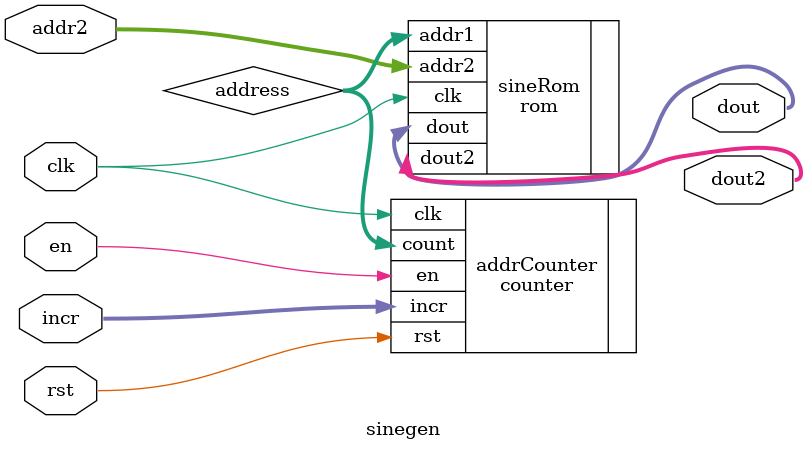
<source format=sv>
module sinegen #(
    parameter   A_WIDTH = 8,
                D_WIDTH = 8
)(
    // interface signals
    input   logic                       clk,        // clock
    input   logic                       rst,        // reset
    input   logic                       en,         // enable
    input   logic [D_WIDTH-1:0]         incr,       // increment for addr counter
    input  logic [D_WIDTH-1:0]         addr2,
    output  logic [D_WIDTH-1:0]         dout,        // output data
    output  logic [D_WIDTH-1:0]         dout2        // output data
    
);

    logic   [A_WIDTH-1:0]       address;    // interconnect wire

counter addrCounter(
    .clk (clk),
    .rst (rst),
    .en (en),
    .incr (incr),
    .count (address)
);

rom sineRom(
    .clk (clk),
    .addr1 (address),
    .addr2 (addr2),
    .dout (dout),
    .dout2 (dout2)
);

endmodule

</source>
